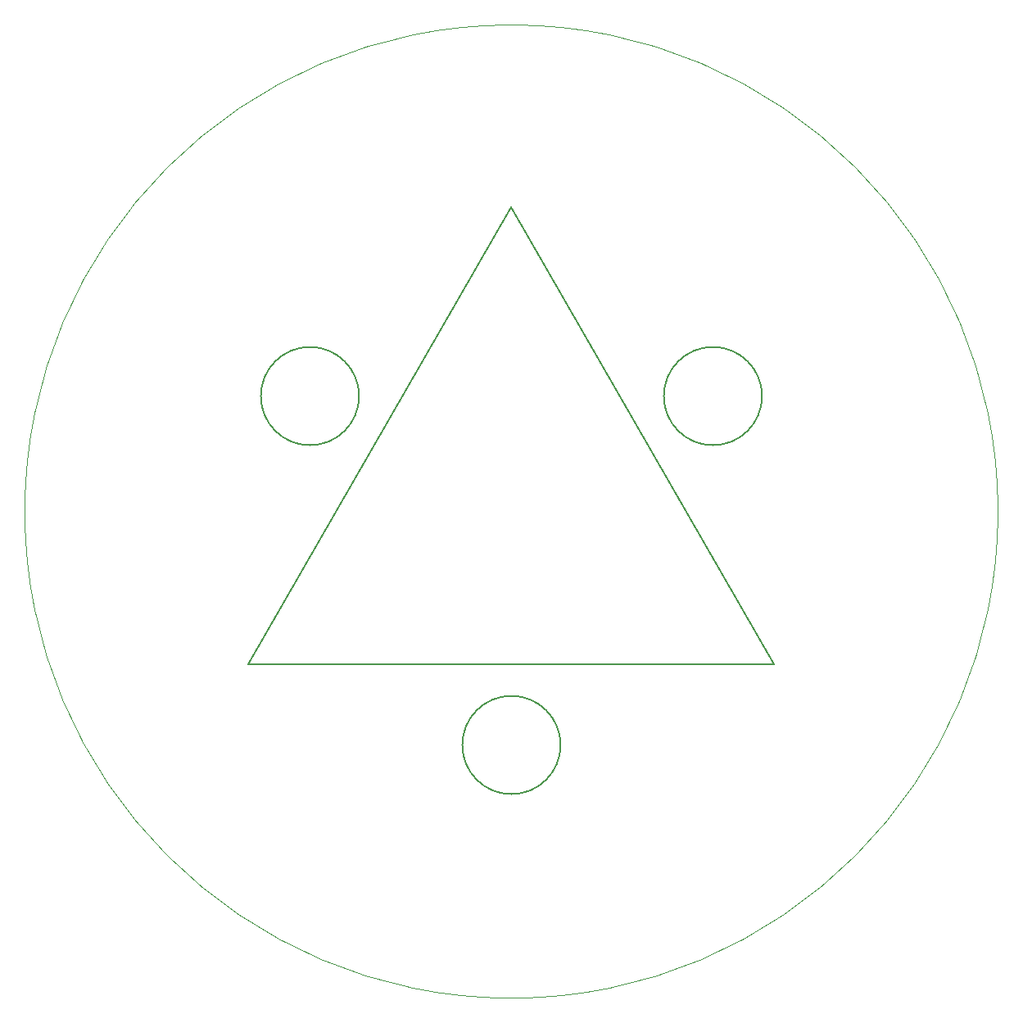
<source format=gbr>
G04 #@! TF.GenerationSoftware,KiCad,Pcbnew,(5.1.5)-3*
G04 #@! TF.CreationDate,2020-06-18T20:37:17+02:00*
G04 #@! TF.ProjectId,psithemius_top,70736974-6865-46d6-9975-735f746f702e,12*
G04 #@! TF.SameCoordinates,Original*
G04 #@! TF.FileFunction,Profile,NP*
%FSLAX46Y46*%
G04 Gerber Fmt 4.6, Leading zero omitted, Abs format (unit mm)*
G04 Created by KiCad (PCBNEW (5.1.5)-3) date 2020-06-18 20:37:17*
%MOMM*%
%LPD*%
G04 APERTURE LIST*
%ADD10C,0.100000*%
%ADD11C,0.150000*%
G04 APERTURE END LIST*
D10*
X74412950Y-117417629D02*
X74412950Y-117417629D01*
D11*
X128778000Y-117348000D02*
X101600000Y-70104000D01*
X74422000Y-117348000D02*
X128778000Y-117348000D01*
X101600000Y-70104000D02*
X74422000Y-117348000D01*
X85852000Y-89662000D02*
G75*
G03X85852000Y-89662000I-5080000J0D01*
G01*
X127508000Y-89662000D02*
G75*
G03X127508000Y-89662000I-5080000J0D01*
G01*
X106680000Y-125730000D02*
G75*
G03X106680000Y-125730000I-5080000J0D01*
G01*
D10*
X151900000Y-101600000D02*
G75*
G03X151900000Y-101600000I-50300000J0D01*
G01*
M02*

</source>
